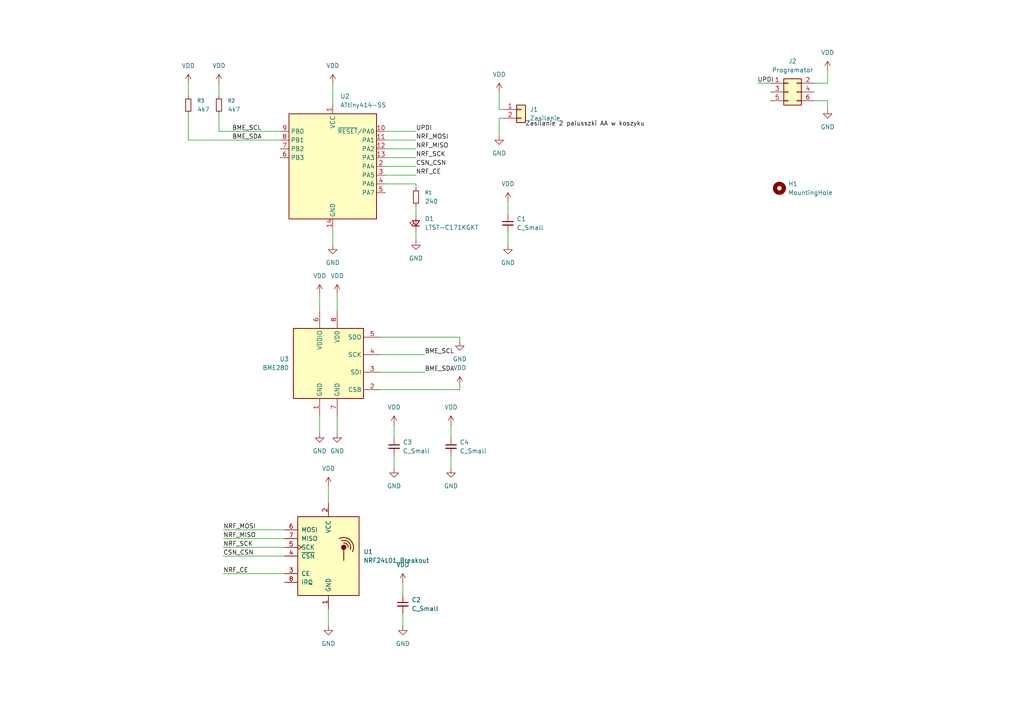
<source format=kicad_sch>
(kicad_sch (version 20250114) (generator "eeschema") (generator_version "9.0")
  (paper "A4")
  (lib_symbols
    (symbol "Connector_Generic:Conn_01x02" (pin_names (offset 1.016) (hide yes))
      (property "Reference" "J" (at 0 2.54 0))
      (property "Value" "Conn_01x02" (at 0 -5.08 0))
      (symbol "Conn_01x02_1_1"
        (rectangle (start -1.27 1.27) (end 1.27 -3.81) (stroke (width 0.254)) (fill (type background)))
        (rectangle (start -1.27 0.127) (end 0 -0.127) (stroke (width 0.1524)))
        (rectangle (start -1.27 -2.413) (end 0 -2.667) (stroke (width 0.1524)))
        (pin passive line (at -5.08 0 0) (length 3.81) (name "Pin_1") (number "1"))
        (pin passive line (at -5.08 -2.54 0) (length 3.81) (name "Pin_2") (number "2"))
      )
    )
    (symbol "Connector_Generic:Conn_02x03_Odd_Even" (pin_names (offset 1.016) (hide yes))
      (property "Reference" "J" (at 1.27 5.08 0))
      (property "Value" "Conn_02x03_Odd_Even" (at 1.27 -5.08 0))
      (symbol "Conn_02x03_Odd_Even_1_1"
        (rectangle (start -1.27 3.81) (end 3.81 -3.81) (stroke (width 0.254)) (fill (type background)))
        (rectangle (start -1.27 2.667) (end 0 2.413) (stroke (width 0.1524)))
        (rectangle (start -1.27 0.127) (end 0 -0.127) (stroke (width 0.1524)))
        (rectangle (start -1.27 -2.413) (end 0 -2.667) (stroke (width 0.1524)))
        (rectangle (start 3.81 2.667) (end 2.54 2.413) (stroke (width 0.1524)))
        (rectangle (start 3.81 0.127) (end 2.54 -0.127) (stroke (width 0.1524)))
        (rectangle (start 3.81 -2.413) (end 2.54 -2.667) (stroke (width 0.1524)))
        (pin passive line (at -5.08 2.54 0) (length 3.81) (name "Pin_1") (number "1"))
        (pin passive line (at -5.08 0 0) (length 3.81) (name "Pin_3") (number "3"))
        (pin passive line (at -5.08 -2.54 0) (length 3.81) (name "Pin_5") (number "5"))
        (pin passive line (at 7.62 2.54 180) (length 3.81) (name "Pin_2") (number "2"))
        (pin passive line (at 7.62 0 180) (length 3.81) (name "Pin_4") (number "4"))
        (pin passive line (at 7.62 -2.54 180) (length 3.81) (name "Pin_6") (number "6"))
      )
    )
    (symbol "Device:C_Small" (pin_numbers (hide yes)) (pin_names (offset 0.254) (hide yes))
      (property "Reference" "C" (at 0.254 1.778 0))
      (property "Value" "C_Small" (at 0.254 -2.032 0))
      (symbol "C_Small_0_1"
        (polyline (pts (xy -1.524 0.508) (xy 1.524 0.508)) (stroke (width 0.3048)))
        (polyline (pts (xy -1.524 -0.508) (xy 1.524 -0.508)) (stroke (width 0.3302)))
      )
      (symbol "C_Small_1_1"
        (pin passive line (at 0 2.54 270) (length 2.032) (name "~") (number "1"))
        (pin passive line (at 0 -2.54 90) (length 2.032) (name "~") (number "2"))
      )
    )
    (symbol "Device:LED_Small" (pin_numbers (hide yes)) (pin_names (offset 0.254) (hide yes))
      (property "Reference" "D" (at -1.27 3.175 0))
      (property "Value" "LED_Small" (at -4.445 -2.54 0))
      (symbol "LED_Small_0_1"
        (polyline (pts (xy -0.762 -1.016) (xy -0.762 1.016)) (stroke (width 0.254)))
        (polyline (pts (xy 0 0.762) (xy -0.508 1.27) (xy -0.254 1.27) (xy -0.508 1.27) (xy -0.508 1.016)))
        (polyline (pts (xy 0.508 1.27) (xy 0 1.778) (xy 0.254 1.778) (xy 0 1.778) (xy 0 1.524)))
        (polyline (pts (xy 0.762 -1.016) (xy -0.762 0) (xy 0.762 1.016) (xy 0.762 -1.016)) (stroke (width 0.254)))
        (polyline (pts (xy 1.016 0) (xy -0.762 0)))
      )
      (symbol "LED_Small_1_1"
        (pin passive line (at -2.54 0 0) (length 1.778) (name "K") (number "1"))
        (pin passive line (at 2.54 0 180) (length 1.778) (name "A") (number "2"))
      )
    )
    (symbol "Device:R_Small" (pin_numbers (hide yes)) (pin_names (offset 0.254) (hide yes))
      (property "Reference" "R" (at 0 0 90))
      (property "Value" "R_Small" (at 1.778 0 90))
      (symbol "R_Small_0_1"
        (rectangle (start -0.762 1.778) (end 0.762 -1.778) (stroke (width 0.2032)))
      )
      (symbol "R_Small_1_1"
        (pin passive line (at 0 2.54 270) (length 0.762) (name "~") (number "1"))
        (pin passive line (at 0 -2.54 90) (length 0.762) (name "~") (number "2"))
      )
    )
    (symbol "MCU_Microchip_ATtiny:ATtiny414-SS"
      (property "Reference" "U" (at -12.7 16.51 0))
      (property "Value" "ATtiny414-SS" (at 2.54 -16.51 0))
      (symbol "ATtiny414-SS_0_1"
        (rectangle (start -12.7 -15.24) (end 12.7 15.24) (stroke (width 0.254)) (fill (type background)))
      )
      (symbol "ATtiny414-SS_1_1"
        (pin bidirectional line (at -15.24 10.16 0) (length 2.54) (name "PB0") (number "9"))
        (pin bidirectional line (at -15.24 7.62 0) (length 2.54) (name "PB1") (number "8"))
        (pin bidirectional line (at -15.24 5.08 0) (length 2.54) (name "PB2") (number "7"))
        (pin bidirectional line (at -15.24 2.54 0) (length 2.54) (name "PB3") (number "6"))
        (pin power_in line (at 0 17.78 270) (length 2.54) (name "VCC") (number "1"))
        (pin power_in line (at 0 -17.78 90) (length 2.54) (name "GND") (number "14"))
        (pin bidirectional line (at 15.24 10.16 180) (length 2.54) (name "~{RESET}/PA0") (number "10"))
        (pin bidirectional line (at 15.24 7.62 180) (length 2.54) (name "PA1") (number "11"))
        (pin bidirectional line (at 15.24 5.08 180) (length 2.54) (name "PA2") (number "12"))
        (pin bidirectional line (at 15.24 2.54 180) (length 2.54) (name "PA3") (number "13"))
        (pin bidirectional line (at 15.24 0 180) (length 2.54) (name "PA4") (number "2"))
        (pin bidirectional line (at 15.24 -2.54 180) (length 2.54) (name "PA5") (number "3"))
        (pin bidirectional line (at 15.24 -5.08 180) (length 2.54) (name "PA6") (number "4"))
        (pin bidirectional line (at 15.24 -7.62 180) (length 2.54) (name "PA7") (number "5"))
      )
    )
    (symbol "Mechanical:MountingHole" (pin_names (offset 1.016)) (in_bom no)
      (property "Reference" "H" (at 0 5.08 0))
      (property "Value" "MountingHole" (at 0 3.175 0))
      (symbol "MountingHole_0_1"
        (circle (center 0 0) (radius 1.27) (stroke (width 1.27)))
      )
    )
    (symbol "RF:NRF24L01_Breakout" (pin_names (offset 1.016))
      (property "Reference" "U" (at -8.89 12.7 0))
      (property "Value" "NRF24L01_Breakout" (at 3.81 12.7 0))
      (symbol "NRF24L01_Breakout_0_1"
        (rectangle (start -8.89 11.43) (end 8.89 -11.43) (stroke (width 0.254)) (fill (type background)))
        (arc (start 3.175 5.08) (mid 6.453 4.548) (end 6.985 1.27) (stroke (width 0.254)))
        (circle (center 4.445 2.54) (radius 0.635) (stroke (width 0.254)) (fill (type outline)))
        (polyline (pts (xy 4.445 1.905) (xy 4.445 -1.27)) (stroke (width 0.254)))
        (arc (start 3.81 4.445) (mid 5.8835 3.9785) (end 6.35 1.905) (stroke (width 0.254)))
        (arc (start 4.445 3.81) (mid 5.3558 3.4508) (end 5.715 2.54) (stroke (width 0.254)))
      )
      (symbol "NRF24L01_Breakout_1_1"
        (pin input line (at -12.7 7.62 0) (length 3.81) (name "MOSI") (number "6"))
        (pin output line (at -12.7 5.08 0) (length 3.81) (name "MISO") (number "7"))
        (pin input clock (at -12.7 2.54 0) (length 3.81) (name "SCK") (number "5"))
        (pin input line (at -12.7 0 0) (length 3.81) (name "~{CSN}") (number "4"))
        (pin input line (at -12.7 -5.08 0) (length 3.81) (name "CE") (number "3"))
        (pin output line (at -12.7 -7.62 0) (length 3.81) (name "IRQ") (number "8"))
        (pin power_in line (at 0 15.24 270) (length 3.81) (name "VCC") (number "2"))
        (pin power_in line (at 0 -15.24 90) (length 3.81) (name "GND") (number "1"))
      )
    )
    (symbol "Sensor:BME280"
      (property "Reference" "U" (at -8.89 11.43 0))
      (property "Value" "BME280" (at 7.62 11.43 0))
      (symbol "BME280_0_1"
        (rectangle (start -10.16 10.16) (end 10.16 -10.16) (stroke (width 0.254)) (fill (type background)))
      )
      (symbol "BME280_1_1"
        (pin power_in line (at -2.54 15.24 270) (length 5.08) (name "VDDIO") (number "6"))
        (pin power_in line (at -2.54 -15.24 90) (length 5.08) (name "GND") (number "1"))
        (pin power_in line (at 2.54 15.24 270) (length 5.08) (name "VDD") (number "8"))
        (pin power_in line (at 2.54 -15.24 90) (length 5.08) (name "GND") (number "7"))
        (pin bidirectional line (at 15.24 7.62 180) (length 5.08) (name "SDO") (number "5"))
        (pin input line (at 15.24 2.54 180) (length 5.08) (name "SCK") (number "4"))
        (pin bidirectional line (at 15.24 -2.54 180) (length 5.08) (name "SDI") (number "3"))
        (pin input line (at 15.24 -7.62 180) (length 5.08) (name "CSB") (number "2"))
      )
    )
    (symbol "power:GND" (power) (pin_numbers (hide yes)) (pin_names (offset 0) (hide yes))
      (property "Value" "GND" (at 0 -3.81 0))
      (symbol "GND_0_1"
        (polyline (pts (xy 0 0) (xy 0 -1.27) (xy 1.27 -1.27) (xy 0 -2.54) (xy -1.27 -1.27) (xy 0 -1.27)))
      )
      (symbol "GND_1_1"
        (pin power_in line (at 0 0 270) (length 0) (name "~") (number "1"))
      )
    )
    (symbol "power:VDD" (power) (pin_numbers (hide yes)) (pin_names (offset 0) (hide yes))
      (property "Value" "VDD" (at 0 3.556 0))
      (symbol "VDD_0_1"
        (polyline (pts (xy -0.762 1.27) (xy 0 2.54)))
        (polyline (pts (xy 0 2.54) (xy 0.762 1.27)))
        (polyline (pts (xy 0 0) (xy 0 2.54)))
      )
      (symbol "VDD_1_1"
        (pin power_in line (at 0 0 90) (length 0) (name "~") (number "1"))
      )
    )
  )
  (wire (pts (xy 64.77 156.21) (xy 82.55 156.21)))
  (wire (pts (xy 111.76 38.1) (xy 120.65 38.1)))
  (wire (pts (xy 144.78 34.29) (xy 144.78 39.37)))
  (wire (pts (xy 144.78 31.75) (xy 146.05 31.75)))
  (wire (pts (xy 111.76 43.18) (xy 120.65 43.18)))
  (wire (pts (xy 236.22 24.13) (xy 240.03 24.13)))
  (wire (pts (xy 147.32 58.42) (xy 147.32 62.23)))
  (wire (pts (xy 114.3 123.19) (xy 114.3 127)))
  (wire (pts (xy 92.71 120.65) (xy 92.71 125.73)))
  (wire (pts (xy 133.35 97.79) (xy 133.35 99.06)))
  (wire (pts (xy 64.77 158.75) (xy 82.55 158.75)))
  (wire (pts (xy 111.76 53.34) (xy 120.65 53.34)))
  (wire (pts (xy 64.77 153.67) (xy 82.55 153.67)))
  (wire (pts (xy 120.65 53.34) (xy 120.65 54.61)))
  (wire (pts (xy 95.25 140.97) (xy 95.25 146.05)))
  (wire (pts (xy 63.5 33.02) (xy 63.5 38.1)))
  (wire (pts (xy 116.84 168.91) (xy 116.84 172.72)))
  (wire (pts (xy 64.77 161.29) (xy 82.55 161.29)))
  (wire (pts (xy 111.76 40.64) (xy 120.65 40.64)))
  (wire (pts (xy 97.79 120.65) (xy 97.79 125.73)))
  (wire (pts (xy 133.35 113.03) (xy 133.35 111.76)))
  (wire (pts (xy 63.5 24.13) (xy 63.5 27.94)))
  (wire (pts (xy 111.76 50.8) (xy 120.65 50.8)))
  (wire (pts (xy 114.3 132.08) (xy 114.3 135.89)))
  (wire (pts (xy 146.05 34.29) (xy 144.78 34.29)))
  (wire (pts (xy 110.49 113.03) (xy 133.35 113.03)))
  (wire (pts (xy 240.03 24.13) (xy 240.03 20.32)))
  (wire (pts (xy 144.78 26.67) (xy 144.78 31.75)))
  (wire (pts (xy 63.5 38.1) (xy 81.28 38.1)))
  (wire (pts (xy 130.81 132.08) (xy 130.81 135.89)))
  (wire (pts (xy 147.32 67.31) (xy 147.32 71.12)))
  (wire (pts (xy 97.79 85.09) (xy 97.79 90.17)))
  (wire (pts (xy 120.65 59.69) (xy 120.65 62.23)))
  (wire (pts (xy 111.76 45.72) (xy 120.65 45.72)))
  (wire (pts (xy 92.71 85.09) (xy 92.71 90.17)))
  (wire (pts (xy 116.84 177.8) (xy 116.84 181.61)))
  (wire (pts (xy 96.52 66.04) (xy 96.52 71.12)))
  (wire (pts (xy 120.65 67.31) (xy 120.65 69.85)))
  (wire (pts (xy 64.77 166.37) (xy 82.55 166.37)))
  (wire (pts (xy 54.61 33.02) (xy 54.61 40.64)))
  (wire (pts (xy 110.49 107.95) (xy 123.19 107.95)))
  (wire (pts (xy 219.71 24.13) (xy 223.52 24.13)))
  (wire (pts (xy 236.22 29.21) (xy 240.03 29.21)))
  (wire (pts (xy 110.49 102.87) (xy 123.19 102.87)))
  (wire (pts (xy 54.61 40.64) (xy 81.28 40.64)))
  (wire (pts (xy 130.81 123.19) (xy 130.81 127)))
  (wire (pts (xy 240.03 29.21) (xy 240.03 31.75)))
  (wire (pts (xy 95.25 176.53) (xy 95.25 181.61)))
  (wire (pts (xy 110.49 97.79) (xy 133.35 97.79)))
  (wire (pts (xy 111.76 48.26) (xy 120.65 48.26)))
  (wire (pts (xy 96.52 24.13) (xy 96.52 30.48)))
  (wire (pts (xy 54.61 24.13) (xy 54.61 27.94)))
  (label "NRF_MISO" (at 64.77 156.21 0))
  (label "BME_SCL" (at 67.31 38.1 0))
  (label "BME_SCL" (at 123.19 102.87 0))
  (label "NRF_MOSI" (at 64.77 153.67 0))
  (label "UPDI" (at 120.65 38.1 0))
  (label "BME_SDA" (at 67.31 40.64 0))
  (label "NRF_SCK" (at 64.77 158.75 0))
  (label "NRF_CE" (at 64.77 166.37 0))
  (label "CSN_CSN" (at 64.77 161.29 0))
  (label "CSN_CSN" (at 120.65 48.26 0))
  (label "Zasilanie 2 palusszki AA w koszyku" (at 152.4 36.83 0))
  (label "NRF_SCK" (at 120.65 45.72 0))
  (label "UPDI" (at 219.71 24.13 0))
  (label "BME_SDA" (at 123.19 107.95 0))
  (label "NRF_MOSI" (at 120.65 40.64 0))
  (label "NRF_MISO" (at 120.65 43.18 0))
  (label "NRF_CE" (at 120.65 50.8 0))
  (symbol (lib_id "Mechanical:MountingHole") (at 226.06 54.61 0) (unit 1) (in_bom no)
    (property "Reference" "H1" (at 228.6 53.3399 0) (effects (justify left)))
    (property "Value" "MountingHole" (at 228.6 55.8799 0) (effects (justify left)))
    (property "Footprint" "MountingHole:MountingHole_3.2mm_M3" (effects (hide yes)))
    (property "Description" "Mounting Hole without connection" (effects (hide yes)))
  )
  (symbol (lib_id "Connector_Generic:Conn_02x03_Odd_Even") (at 228.6 26.67 0) (unit 1)
    (property "Reference" "J2" (at 229.87 17.78 0))
    (property "Value" "Programator" (at 229.87 20.32 0))
    (property "Footprint" "Connector_PinHeader_2.54mm:PinHeader_2x03_P2.54mm_Vertical" (effects (hide yes)))
    (property "Description" "Generic connector, double row, 02x03, odd/even pin numbering scheme (row 1 odd numbers, row 2 even numbers), script generated (kicad-library-utils/schlib/autogen/connector/)" (effects (hide yes)))
  )
  (symbol (lib_id "power:VDD") (at 97.79 85.09 0) (unit 1)
    (property "Reference" "#PWR04" (effects (hide yes)))
    (property "Value" "VDD" (at 97.79 80.01 0))
    (property "Description" "Power symbol creates a global label with name \"VDD\"" (effects (hide yes)))
  )
  (symbol (lib_id "power:VDD") (at 95.25 140.97 0) (unit 1)
    (property "Reference" "#PWR06" (effects (hide yes)))
    (property "Value" "VDD" (at 95.25 135.89 0))
    (property "Description" "Power symbol creates a global label with name \"VDD\"" (effects (hide yes)))
  )
  (symbol (lib_id "RF:NRF24L01_Breakout") (at 95.25 161.29 0) (unit 1)
    (property "Reference" "U1" (at 105.41 160.0199 0) (effects (justify left)))
    (property "Value" "NRF24L01_Breakout" (at 105.41 162.5599 0) (effects (justify left)))
    (property "Footprint" "RF_Module:nRF24L01_Breakout" (effects (hide yes)))
    (property "Datasheet" "http://www.nordicsemi.com/eng/content/download/2730/34105/file/nRF24L01_Product_Specification_v2_0.pdf" (effects (hide yes)))
    (property "Description" "Ultra low power 2.4GHz RF Transceiver, Carrier PCB" (effects (hide yes)))
  )
  (symbol (lib_id "power:GND") (at 120.65 69.85 0) (unit 1)
    (property "Reference" "#PWR021" (effects (hide yes)))
    (property "Value" "GND" (at 120.65 74.93 0))
    (property "Description" "Power symbol creates a global label with name \"GND\" , ground" (effects (hide yes)))
  )
  (symbol (lib_id "power:VDD") (at 240.03 20.32 0) (unit 1)
    (property "Reference" "#PWR017" (effects (hide yes)))
    (property "Value" "VDD" (at 240.03 15.24 0))
    (property "Description" "Power symbol creates a global label with name \"VDD\"" (effects (hide yes)))
  )
  (symbol (lib_id "power:GND") (at 114.3 135.89 0) (unit 1)
    (property "Reference" "#PWR016" (effects (hide yes)))
    (property "Value" "GND" (at 114.3 140.97 0))
    (property "Description" "Power symbol creates a global label with name \"GND\" , ground" (effects (hide yes)))
  )
  (symbol (lib_id "Device:C_Small") (at 130.81 129.54 0) (unit 1)
    (property "Reference" "C4" (at 133.35 128.2762 0) (effects (justify left)))
    (property "Value" "C_Small" (at 133.35 130.8162 0) (effects (justify left)))
    (property "Footprint" "Capacitor_SMD:C_0603_1608Metric_Pad1.08x0.95mm_HandSolder" (effects (hide yes)))
    (property "Description" "Unpolarized capacitor, small symbol" (effects (hide yes)))
  )
  (symbol (lib_id "power:GND") (at 240.03 31.75 0) (unit 1)
    (property "Reference" "#PWR018" (effects (hide yes)))
    (property "Value" "GND" (at 240.03 36.83 0))
    (property "Description" "Power symbol creates a global label with name \"GND\" , ground" (effects (hide yes)))
  )
  (symbol (lib_id "power:GND") (at 96.52 71.12 0) (unit 1)
    (property "Reference" "#PWR07" (effects (hide yes)))
    (property "Value" "GND" (at 96.52 76.2 0))
    (property "Description" "Power symbol creates a global label with name \"GND\" , ground" (effects (hide yes)))
  )
  (symbol (lib_id "power:GND") (at 147.32 71.12 0) (unit 1)
    (property "Reference" "#PWR014" (effects (hide yes)))
    (property "Value" "GND" (at 147.32 76.2 0))
    (property "Description" "Power symbol creates a global label with name \"GND\" , ground" (effects (hide yes)))
  )
  (symbol (lib_id "power:GND") (at 116.84 181.61 0) (unit 1)
    (property "Reference" "#PWR015" (effects (hide yes)))
    (property "Value" "GND" (at 116.84 186.69 0))
    (property "Description" "Power symbol creates a global label with name \"GND\" , ground" (effects (hide yes)))
  )
  (symbol (lib_id "MCU_Microchip_ATtiny:ATtiny414-SS") (at 96.52 48.26 0) (unit 1)
    (property "Reference" "U2" (at 98.6633 27.94 0) (effects (justify left)))
    (property "Value" "ATtiny414-SS" (at 98.6633 30.48 0) (effects (justify left)))
    (property "Footprint" "Package_SO:SOIC-14_3.9x8.7mm_P1.27mm" (effects (hide yes)))
    (property "Datasheet" "http://ww1.microchip.com/downloads/en/DeviceDoc/40001912A.pdf" (effects (hide yes)))
    (property "Description" "20MHz, 4kB Flash, 256B SRAM, 128B EEPROM, SOIC-14" (effects (hide yes)))
  )
  (symbol (lib_id "power:GND") (at 92.71 125.73 0) (unit 1)
    (property "Reference" "#PWR08" (effects (hide yes)))
    (property "Value" "GND" (at 92.71 130.81 0))
    (property "Description" "Power symbol creates a global label with name \"GND\" , ground" (effects (hide yes)))
  )
  (symbol (lib_id "power:VDD") (at 114.3 123.19 0) (unit 1)
    (property "Reference" "#PWR013" (effects (hide yes)))
    (property "Value" "VDD" (at 114.3 118.11 0))
    (property "Description" "Power symbol creates a global label with name \"VDD\"" (effects (hide yes)))
  )
  (symbol (lib_id "power:VDD") (at 63.5 24.13 0) (unit 1)
    (property "Reference" "#PWR025" (effects (hide yes)))
    (property "Value" "VDD" (at 63.5 19.05 0))
    (property "Description" "Power symbol creates a global label with name \"VDD\"" (effects (hide yes)))
  )
  (symbol (lib_id "Device:C_Small") (at 116.84 175.26 0) (unit 1)
    (property "Reference" "C2" (at 119.38 173.9962 0) (effects (justify left)))
    (property "Value" "C_Small" (at 119.38 176.5362 0) (effects (justify left)))
    (property "Footprint" "Capacitor_SMD:C_0603_1608Metric_Pad1.08x0.95mm_HandSolder" (effects (hide yes)))
    (property "Description" "Unpolarized capacitor, small symbol" (effects (hide yes)))
  )
  (symbol (lib_id "power:VDD") (at 130.81 123.19 0) (unit 1)
    (property "Reference" "#PWR022" (effects (hide yes)))
    (property "Value" "VDD" (at 130.81 118.11 0))
    (property "Description" "Power symbol creates a global label with name \"VDD\"" (effects (hide yes)))
  )
  (symbol (lib_id "Device:R_Small") (at 120.65 57.15 180) (unit 1)
    (property "Reference" "R1" (at 123.19 55.8799 0) (effects (font (size 1.016 1.016)) (justify right)))
    (property "Value" "240" (at 123.19 58.4199 0) (effects (justify right)))
    (property "Footprint" "Resistor_SMD:R_0603_1608Metric_Pad0.98x0.95mm_HandSolder" (effects (hide yes)))
    (property "Description" "Resistor, small symbol" (effects (hide yes)))
  )
  (symbol (lib_id "power:VDD") (at 144.78 26.67 0) (unit 1)
    (property "Reference" "#PWR02" (effects (hide yes)))
    (property "Value" "VDD" (at 144.78 21.59 0))
    (property "Description" "Power symbol creates a global label with name \"VDD\"" (effects (hide yes)))
  )
  (symbol (lib_id "Device:C_Small") (at 147.32 64.77 0) (unit 1)
    (property "Reference" "C1" (at 149.86 63.5062 0) (effects (justify left)))
    (property "Value" "C_Small" (at 149.86 66.0462 0) (effects (justify left)))
    (property "Footprint" "Capacitor_SMD:C_0603_1608Metric_Pad1.08x0.95mm_HandSolder" (effects (hide yes)))
    (property "Description" "Unpolarized capacitor, small symbol" (effects (hide yes)))
  )
  (symbol (lib_id "Sensor:BME280") (at 95.25 105.41 0) (unit 1)
    (property "Reference" "U3" (at 83.82 104.1399 0) (effects (justify right)))
    (property "Value" "BME280" (at 83.82 106.6799 0) (effects (justify right)))
    (property "Footprint" "biblioteka_stacja:Bosch_LGA-8_2.5x2.5mm_P0.65mm_ClockwisePinNumbering" (effects (hide yes)))
    (property "Datasheet" "https://www.bosch-sensortec.com/media/boschsensortec/downloads/datasheets/bst-bme280-ds002.pdf" (effects (hide yes)))
    (property "Description" "3-in-1 sensor, humidity, pressure, temperature, I2C and SPI interface, 1.71-3.6V, LGA-8" (effects (hide yes)))
  )
  (symbol (lib_id "power:GND") (at 97.79 125.73 0) (unit 1)
    (property "Reference" "#PWR09" (effects (hide yes)))
    (property "Value" "GND" (at 97.79 130.81 0))
    (property "Description" "Power symbol creates a global label with name \"GND\" , ground" (effects (hide yes)))
  )
  (symbol (lib_id "power:VDD") (at 133.35 111.76 0) (unit 1)
    (property "Reference" "#PWR020" (effects (hide yes)))
    (property "Value" "VDD" (at 133.35 106.68 0))
    (property "Description" "Power symbol creates a global label with name \"VDD\"" (effects (hide yes)))
  )
  (symbol (lib_id "power:GND") (at 133.35 99.06 0) (unit 1)
    (property "Reference" "#PWR019" (effects (hide yes)))
    (property "Value" "GND" (at 133.35 104.14 0))
    (property "Description" "Power symbol creates a global label with name \"GND\" , ground" (effects (hide yes)))
  )
  (symbol (lib_id "Device:R_Small") (at 63.5 30.48 180) (unit 1)
    (property "Reference" "R2" (at 66.04 29.2099 0) (effects (font (size 1.016 1.016)) (justify right)))
    (property "Value" "4k7" (at 66.04 31.7499 0) (effects (justify right)))
    (property "Footprint" "Resistor_SMD:R_0603_1608Metric_Pad0.98x0.95mm_HandSolder" (effects (hide yes)))
    (property "Description" "Resistor, small symbol" (effects (hide yes)))
  )
  (symbol (lib_id "power:VDD") (at 147.32 58.42 0) (unit 1)
    (property "Reference" "#PWR011" (effects (hide yes)))
    (property "Value" "VDD" (at 147.32 53.34 0))
    (property "Description" "Power symbol creates a global label with name \"VDD\"" (effects (hide yes)))
  )
  (symbol (lib_id "power:VDD") (at 92.71 85.09 0) (unit 1)
    (property "Reference" "#PWR05" (effects (hide yes)))
    (property "Value" "VDD" (at 92.71 80.01 0))
    (property "Description" "Power symbol creates a global label with name \"VDD\"" (effects (hide yes)))
  )
  (symbol (lib_id "Device:LED_Small") (at 120.65 64.77 90) (unit 1)
    (property "Reference" "D1" (at 123.19 63.4364 90) (effects (justify right)))
    (property "Value" "LTST-C171KGKT" (at 123.19 65.9764 90) (effects (justify right)))
    (property "Footprint" "LED_SMD:LED_0805_2012Metric" (effects (hide yes)))
    (property "Description" "Light emitting diode, small symbol" (effects (hide yes)))
    (property "Sim.Pin" "1=K 2=A" (effects (hide yes)))
  )
  (symbol (lib_id "power:GND") (at 130.81 135.89 0) (unit 1)
    (property "Reference" "#PWR023" (effects (hide yes)))
    (property "Value" "GND" (at 130.81 140.97 0))
    (property "Description" "Power symbol creates a global label with name \"GND\" , ground" (effects (hide yes)))
  )
  (symbol (lib_id "Device:R_Small") (at 54.61 30.48 180) (unit 1)
    (property "Reference" "R3" (at 57.15 29.2099 0) (effects (font (size 1.016 1.016)) (justify right)))
    (property "Value" "4k7" (at 57.15 31.7499 0) (effects (justify right)))
    (property "Footprint" "Resistor_SMD:R_0603_1608Metric_Pad0.98x0.95mm_HandSolder" (effects (hide yes)))
    (property "Description" "Resistor, small symbol" (effects (hide yes)))
  )
  (symbol (lib_id "power:GND") (at 95.25 181.61 0) (unit 1)
    (property "Reference" "#PWR010" (effects (hide yes)))
    (property "Value" "GND" (at 95.25 186.69 0))
    (property "Description" "Power symbol creates a global label with name \"GND\" , ground" (effects (hide yes)))
  )
  (symbol (lib_id "power:VDD") (at 54.61 24.13 0) (unit 1)
    (property "Reference" "#PWR024" (effects (hide yes)))
    (property "Value" "VDD" (at 54.61 19.05 0))
    (property "Description" "Power symbol creates a global label with name \"VDD\"" (effects (hide yes)))
  )
  (symbol (lib_id "power:VDD") (at 96.52 24.13 0) (unit 1)
    (property "Reference" "#PWR03" (effects (hide yes)))
    (property "Value" "VDD" (at 96.52 19.05 0))
    (property "Description" "Power symbol creates a global label with name \"VDD\"" (effects (hide yes)))
  )
  (symbol (lib_id "power:VDD") (at 116.84 168.91 0) (unit 1)
    (property "Reference" "#PWR012" (effects (hide yes)))
    (property "Value" "VDD" (at 116.84 163.83 0))
    (property "Description" "Power symbol creates a global label with name \"VDD\"" (effects (hide yes)))
  )
  (symbol (lib_id "Connector_Generic:Conn_01x02") (at 151.13 31.75 0) (unit 1)
    (property "Reference" "J1" (at 153.67 31.7499 0) (effects (justify left)))
    (property "Value" "Zasilanie" (at 153.67 34.2899 0) (effects (justify left)))
    (property "Footprint" "Connector_PinHeader_2.54mm:PinHeader_1x02_P2.54mm_Vertical" (effects (hide yes)))
    (property "Description" "Generic connector, single row, 01x02, script generated (kicad-library-utils/schlib/autogen/connector/)" (effects (hide yes)))
  )
  (symbol (lib_id "Device:C_Small") (at 114.3 129.54 0) (unit 1)
    (property "Reference" "C3" (at 116.84 128.2762 0) (effects (justify left)))
    (property "Value" "C_Small" (at 116.84 130.8162 0) (effects (justify left)))
    (property "Footprint" "Capacitor_SMD:C_0603_1608Metric_Pad1.08x0.95mm_HandSolder" (effects (hide yes)))
    (property "Description" "Unpolarized capacitor, small symbol" (effects (hide yes)))
  )
  (symbol (lib_id "power:GND") (at 144.78 39.37 0) (unit 1)
    (property "Reference" "#PWR01" (effects (hide yes)))
    (property "Value" "GND" (at 144.78 44.45 0))
    (property "Description" "Power symbol creates a global label with name \"GND\" , ground" (effects (hide yes)))
  )
)
</source>
